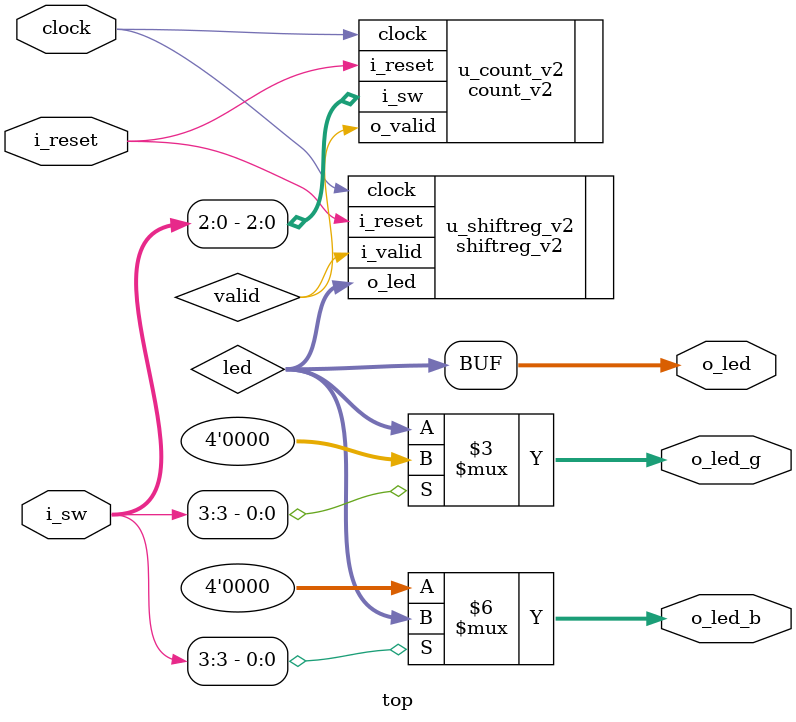
<source format=v>
`timescale 1ns/100ps

module top
    #(
        parameter   DATA_WIDTH  = 32,
        parameter   SW_WIDTH    = 4,
        parameter   LED_WIDTH   = 4
    )
    (
        output      [LED_WIDTH-1:0] o_led,
        output reg  [LED_WIDTH-1:0] o_led_b,
        output reg  [LED_WIDTH-1:0] o_led_g,
        input       [SW_WIDTH-1:0]  i_sw,
        input                       i_reset,
        input                       clock
    );
    
    wire                    valid;
    wire    [LED_WIDTH-1:0] led;
    
    
    always@(*) begin
    
        if(i_sw[SW_WIDTH-1]) begin
            o_led_b = led;
            o_led_g = 4'b0;
    
        end else begin
            o_led_b = 4'b0;
            o_led_g = led;
        end
    
    end
    
    count_v2 #(
        .DATA_WIDTH(DATA_WIDTH),
        .SW_WIDTH(SW_WIDTH)
    )
    u_count_v2(
        .o_valid(valid),
        .i_sw(i_sw[2:0]),
        .clock(clock),
        .i_reset(i_reset)        
    );
    
    shiftreg_v2 #(
        .LED_WIDTH(LED_WIDTH)
    )
    u_shiftreg_v2(
        .o_led(led),
        .i_valid(valid),
        .i_reset(i_reset),
        .clock(clock)
    );
    
    assign  o_led = led;

endmodule
</source>
